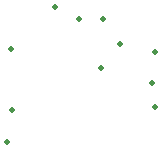
<source format=gbr>
%FSTAX23Y23*%
%MOMM*%
%SFA1B1*%

%IPPOS*%
%ADD45C,0.499999*%
%LNflightstick_trigger_rightv2_capping-1*%
%LPD*%
G54D45*
X-04318Y-30988D03*
X-0635D03*
X-08382Y-29972D03*
X-12446Y-41402D03*
X-1213Y-33528D03*
X00127Y-33782D03*
Y-38481D03*
X-04445Y-35179D03*
X-02849Y-33154D03*
X-11971Y-38735D03*
X-00127Y-36449D03*
M02*
</source>
